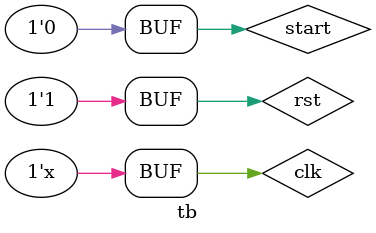
<source format=v>
module tb();
  reg clk,rst,start;
  wire [2:0]signal1,signal2;
  wire [7:0]count1;
traffic inst(clk,rst,start,signal1,signal2,equal,rstc,count1);
initial begin
    #0 start =0; rst = 1; clk = 0;
    #5 rst = 0;
    #10 rst = 1; start = 1;
    #30 start  =0;
  end
  always #15 clk = !clk;
endmodule
</source>
